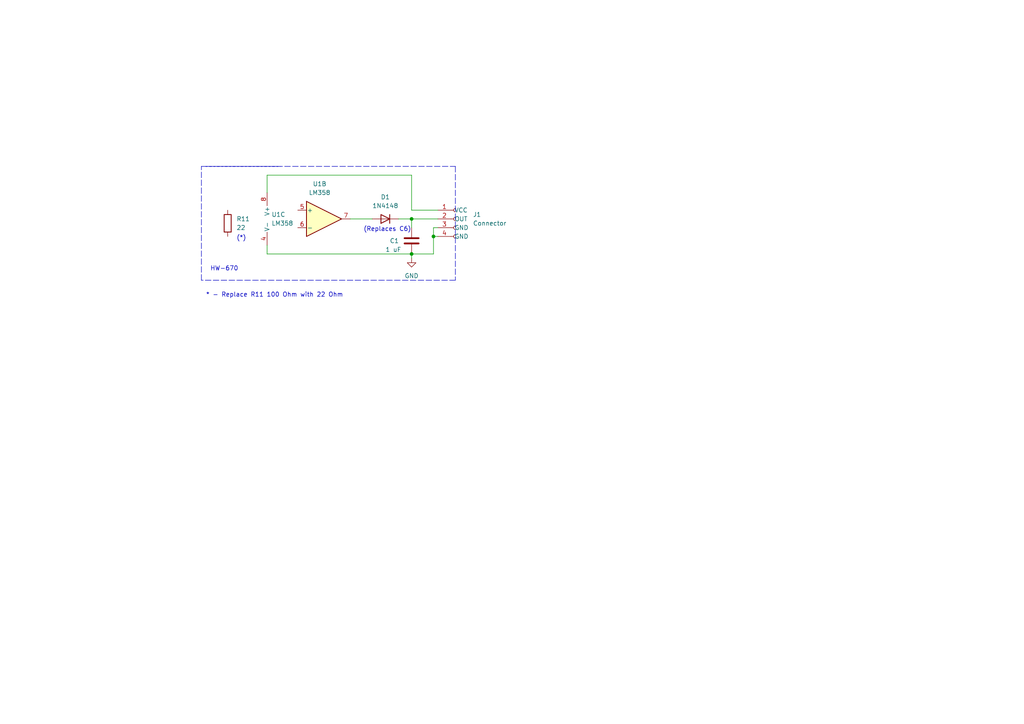
<source format=kicad_sch>
(kicad_sch (version 20211123) (generator eeschema)
  (paper "A4")
  (lib_symbols
    (symbol "Amplifier_Operational:LM358" (pin_names (offset 0.127))
      (property "Reference" "U" (at 0 5.08 0))
      (property "Value" "LM358" (at 0 -5.08 0))
      (symbol "LM358_1_1"
        (polyline (pts (xy -5.08 5.08) (xy 5.08 0) (xy -5.08 -5.08) (xy -5.08 5.08)) (stroke (width 0.254)) (fill (type background)))
        (pin output line (at 7.62 0 180) (length 2.54) (name "~") (number "1"))
        (pin input line (at -7.62 -2.54 0) (length 2.54) (name "-") (number "2"))
        (pin input line (at -7.62 2.54 0) (length 2.54) (name "+") (number "3"))
      )
      (symbol "LM358_2_1"
        (polyline (pts (xy -5.08 5.08) (xy 5.08 0) (xy -5.08 -5.08) (xy -5.08 5.08)) (stroke (width 0.254)) (fill (type background)))
        (pin input line (at -7.62 2.54 0) (length 2.54) (name "+") (number "5"))
        (pin input line (at -7.62 -2.54 0) (length 2.54) (name "-") (number "6"))
        (pin output line (at 7.62 0 180) (length 2.54) (name "~") (number "7"))
      )
      (symbol "LM358_3_1"
        (pin power_in line (at -2.54 -7.62 90) (length 3.81) (name "V-") (number "4"))
        (pin power_in line (at -2.54 7.62 270) (length 3.81) (name "V+") (number "8"))
      )
    )
    (symbol "Connector:Conn_01x04_Female" (pin_names (offset 1.016))
      (property "Reference" "J1" (at 5.08 1.27 0))
      (property "Value" "J1" (at 5.08 -1.27 0))
      (symbol "Conn_01x04_Female_1_1"
        (arc (start 0 -4.572) (mid -0.508 -5.08) (end 0 -5.588) (stroke (width 0.1524)))
        (arc (start 0 -2.032) (mid -0.508 -2.54) (end 0 -3.048) (stroke (width 0.1524)))
        (polyline (pts (xy -1.27 -5.08) (xy -0.508 -5.08)) (stroke (width 0.1524)))
        (polyline (pts (xy -1.27 -2.54) (xy -0.508 -2.54)) (stroke (width 0.1524)))
        (polyline (pts (xy -1.27 0) (xy -0.508 0)) (stroke (width 0.1524)))
        (polyline (pts (xy -1.27 2.54) (xy -0.508 2.54)) (stroke (width 0.1524)))
        (arc (start 0 0.508) (mid -0.508 0) (end 0 -0.508) (stroke (width 0.1524)))
        (arc (start 0 3.048) (mid -0.508 2.54) (end 0 2.032) (stroke (width 0.1524)))
        (pin passive line (at -5.08 2.54 0) (length 3.81) (name "VCC") (number "1"))
        (pin passive line (at -5.08 0 0) (length 3.81) (name "OUT") (number "2"))
        (pin passive line (at -5.08 -2.54 0) (length 3.81) (name "GND") (number "3"))
        (pin passive line (at -5.08 -5.08 0) (length 3.81) (name "GND") (number "4"))
      )
    )
    (symbol "Device:C" (pin_numbers hide) (pin_names (offset 0.254))
      (property "Reference" "C" (at 0.635 2.54 0))
      (property "Value" "C" (at 0.635 -2.54 0))
      (symbol "C_0_1"
        (polyline (pts (xy -2.032 -0.762) (xy 2.032 -0.762)) (stroke (width 0.508)))
        (polyline (pts (xy -2.032 0.762) (xy 2.032 0.762)) (stroke (width 0.508)))
      )
      (symbol "C_1_1"
        (pin passive line (at 0 3.81 270) (length 2.794) (name "~") (number "1"))
        (pin passive line (at 0 -3.81 90) (length 2.794) (name "~") (number "2"))
      )
    )
    (symbol "Device:R" (pin_numbers hide) (pin_names (offset 0))
      (property "Reference" "R" (at 2.032 0 90))
      (property "Value" "R" (at 0 0 90))
      (symbol "R_0_1"
        (rectangle (start -1.016 -2.54) (end 1.016 2.54) (stroke (width 0.254)))
      )
      (symbol "R_1_1"
        (pin passive line (at 0 3.81 270) (length 1.27) (name "~") (number "1"))
        (pin passive line (at 0 -3.81 90) (length 1.27) (name "~") (number "2"))
      )
    )
    (symbol "Diode:1N4148" (pin_numbers hide) (pin_names (offset 1.016) hide)
      (property "Reference" "D" (at 0 2.54 0))
      (property "Value" "1N4148" (at 0 -2.54 0))
      (symbol "1N4148_0_1"
        (polyline (pts (xy -1.27 1.27) (xy -1.27 -1.27)) (stroke (width 0.254)))
        (polyline (pts (xy 1.27 0) (xy -1.27 0)))
        (polyline (pts (xy 1.27 1.27) (xy 1.27 -1.27) (xy -1.27 0) (xy 1.27 1.27)) (stroke (width 0.254)))
      )
      (symbol "1N4148_1_1"
        (pin passive line (at -3.81 0 0) (length 2.54) (name "K") (number "1"))
        (pin passive line (at 3.81 0 180) (length 2.54) (name "A") (number "2"))
      )
    )
    (symbol "power:GND" (power) (pin_names (offset 0))
      (property "Value" "GND" (at 0 -3.81 0))
      (symbol "GND_0_1"
        (polyline (pts (xy 0 0) (xy 0 -1.27) (xy 1.27 -1.27) (xy 0 -2.54) (xy -1.27 -1.27) (xy 0 -1.27)))
      )
      (symbol "GND_1_1"
        (pin power_in line (at 0 0 270) (length 0) hide (name "GND") (number "1"))
      )
    )
  )
  (junction (at 125.73 68.58))
  (junction (at 119.38 73.66))
  (junction (at 119.38 63.5))
  (wire (pts (xy 119.38 73.66) (xy 125.73 73.66)))
  (wire (pts (xy 119.38 60.96) (xy 127 60.96)))
  (wire (pts (xy 125.73 68.58) (xy 125.73 73.66)))
  (polyline (pts (xy 59.69 48.26) (xy 132.08 48.26)))
  (wire (pts (xy 127 66.04) (xy 125.73 66.04)))
  (wire (pts (xy 119.38 63.5) (xy 119.38 66.04)))
  (polyline (pts (xy 132.08 81.28) (xy 58.42 81.28)))
  (wire (pts (xy 77.47 73.66) (xy 119.38 73.66)))
  (wire (pts (xy 119.38 50.8) (xy 119.38 60.96)))
  (wire (pts (xy 115.57 63.5) (xy 119.38 63.5)))
  (wire (pts (xy 101.6 63.5) (xy 107.95 63.5)))
  (wire (pts (xy 119.38 63.5) (xy 127 63.5)))
  (polyline (pts (xy 132.08 48.26) (xy 132.08 81.28)))
  (polyline (pts (xy 58.42 81.28) (xy 58.42 48.26)))
  (wire (pts (xy 77.47 71.12) (xy 77.47 73.66)))
  (polyline (pts (xy 58.42 48.26) (xy 81.28 48.26)))
  (wire (pts (xy 127 68.58) (xy 125.73 68.58)))
  (wire (pts (xy 77.47 55.88) (xy 77.47 50.8)))
  (wire (pts (xy 119.38 73.66) (xy 119.38 74.93)))
  (wire (pts (xy 77.47 50.8) (xy 119.38 50.8)))
  (wire (pts (xy 125.73 66.04) (xy 125.73 68.58)))
  (text "(Replaces C6)" (at 105.41 67.31 0) (effects (font (size 1.27 1.27)) (justify left bottom)))
  (text "HW-670" (at 60.96 78.74 0) (effects (font (size 1.27 1.27)) (justify left bottom)))
  (text "(*)" (at 68.58 69.85 0) (effects (font (size 1.27 1.27)) (justify left bottom)))
  (text "* - Replace R11 100 Ohm with 22 Ohm" (at 59.69 86.36 0) (effects (font (size 1.27 1.27)) (justify left bottom)))
  (symbol (lib_id "Device:R") (at 66.04 64.77 0) (unit 1)
    (property "Reference" "R11" (at 68.58 63.4999 0) (effects (justify left)))
    (property "Value" "22" (at 68.58 66.0399 0) (effects (justify left)))
  )
  (symbol (lib_id "Amplifier_Operational:LM358") (at 80.01 63.5 0) (unit 3)
    (property "Reference" "U1" (at 78.74 62.2299 0) (effects (justify left)))
    (property "Value" "LM358" (at 78.74 64.7699 0) (effects (justify left)))
    (property "Datasheet" "http://www.ti.com/lit/ds/symlink/lm2904-n.pdf" (effects hide))
  )
  (symbol (lib_id "Amplifier_Operational:LM358") (at 93.98 63.5 0) (unit 2)
    (property "Reference" "U1" (at 92.71 53.34 0))
    (property "Value" "LM358" (at 92.71 55.88 0))
    (property "Datasheet" "http://www.ti.com/lit/ds/symlink/lm2904-n.pdf" (effects hide))
  )
  (symbol (lib_id "power:GND") (at 119.38 74.93 0) (unit 1)
    (property "Reference" "#PWR?" (effects hide))
    (property "Value" "GND" (at 119.38 80.01 0))
  )
  (symbol (lib_id "Diode:1N4148") (at 111.76 63.5 180) (unit 1)
    (property "Reference" "D1" (at 111.76 57.15 0))
    (property "Value" "1N4148" (at 111.76 59.69 0))
    (property "Footprint" "Diode_THT:D_DO-35_SOD27_P7.62mm_Horizontal" (effects hide))
    (property "Datasheet" "https://assets.nexperia.com/documents/data-sheet/1N4148_1N4448.pdf" (effects hide))
  )
  (symbol (lib_id "Connector:Conn_01x04_Female") (at 132.08 63.5 0) (unit 1)
    (property "Reference" "J1" (at 137.16 62.23 0) (effects (justify left)))
    (property "Value" "Connector" (at 137.16 64.77 0) (effects (justify left)))
  )
  (symbol (lib_id "Device:C") (at 119.38 69.85 0) (unit 1)
    (property "Reference" "C1" (at 113.03 69.85 0) (effects (justify left)))
    (property "Value" "1 uF" (at 111.76 72.39 0) (effects (justify left)))
  )
)
</source>
